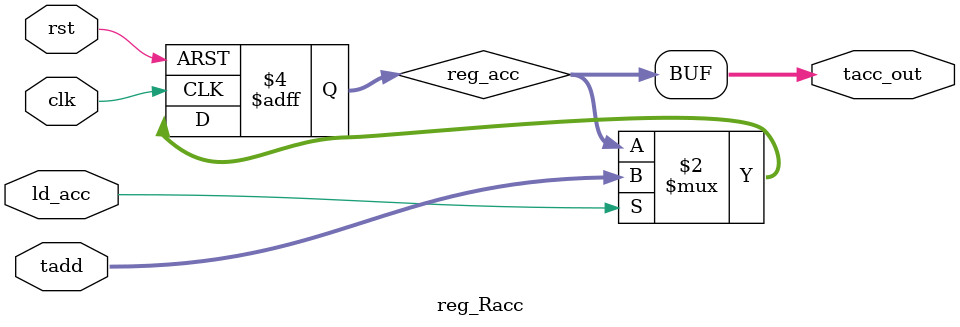
<source format=v>
`timescale 1ns / 1ps


module reg_Racc(
input [11:0] tadd,
input clk , rst, ld_acc,
output [11:0] tacc_out
);
reg [11:0] reg_acc;
always @(posedge clk or posedge rst ) begin
if (rst)
reg_acc <=0;
else if (ld_acc)
reg_acc <= tadd;
end
assign tacc_out = reg_acc;
endmodule

</source>
